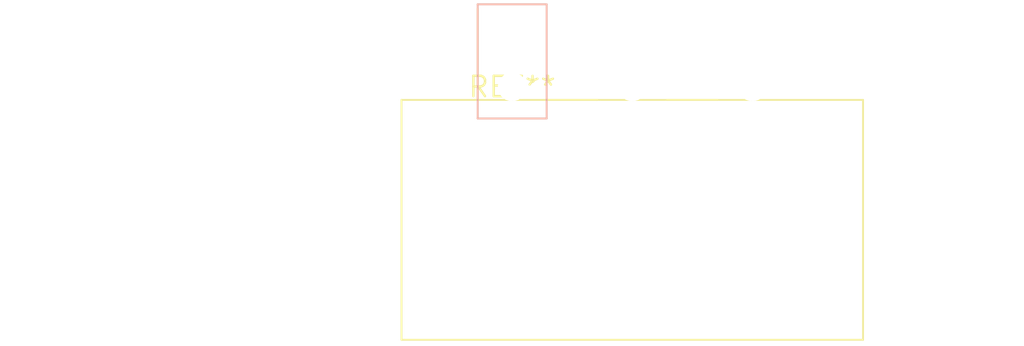
<source format=kicad_pcb>
(kicad_pcb (version 20240108) (generator pcbnew)
  (layers (0 "F.Cu" signal) (31 "B.Cu" signal) (34 "B.Paste" user) (35 "F.Paste" user) (36 "B.SilkS" user "B.Silkscreen") (37 "F.SilkS" user "F.Silkscreen") (38 "B.Mask" user) (39 "F.Mask" user) (44 "Edge.Cuts" user))
  (net 0 "")
  (footprint "Molex_Sabre_46007-1103_1x03_P7.49mm_Horizontal_ThermalVias" (layer "F.Cu") (at 0 0)
    (property "Reference" "REF**")
    (property "Value" "Molex_Sabre_46007-1103_1x03_P7.49mm_Horizontal_ThermalVias")
    (fp_line (start -2.15 -5.155) (end -2.15 1.975) (layer "B.SilkS") (stroke (width 0.12)))
    (fp_line (start -2.15 1.975) (end 2.15 1.975) (layer "B.SilkS") (stroke (width 0.12)))
    (fp_line (start 2.15 -5.155) (end -2.15 -5.155) (layer "B.SilkS") (stroke (width 0.12)))
    (fp_line (start 2.15 1.975) (end 2.15 -5.155) (layer "B.SilkS") (stroke (width 0.12)))
    (fp_line (start -6.9 0.815) (end -6.9 15.795) (layer "F.SilkS") (stroke (width 0.12)))
    (fp_line (start -6.9 15.795) (end 21.88 15.795) (layer "F.SilkS") (stroke (width 0.12)))
    (fp_line (start -2.15 0.815) (end -2.15 -4.895) (layer "F.SilkS") (stroke (width 0.12)))
    (fp_line (start 2.15 0.815) (end 5.34 0.815) (layer "F.SilkS") (stroke (width 0.12)))
    (fp_line (start 9.64 0.815) (end 12.83 0.815) (layer "F.SilkS") (stroke (width 0.12)))
    (fp_line (start 21.88 0.815) (end -6.9 0.815) (layer "F.SilkS") (stroke (width 0.12)))
    (fp_line (start 21.88 15.795) (end 21.88 0.815) (layer "F.SilkS") (stroke (width 0.12)))
    (pad "1" thru_hole rect (at -1.44 -4.445) (size 0.6 0.6) (drill 0.3) (layers *.Cu *.Mask) (remove_unused_layers))
    (pad "1" thru_hole rect (at -1.44 -3.0175) (size 0.6 0.6) (drill 0.3) (layers *.Cu *.Mask) (remove_unused_layers))
    (pad "1" thru_hole rect (at -1.44 -1.59) (size 0.6 0.6) (drill 0.3) (layers *.Cu *.Mask) (remove_unused_layers))
    (pad "1" thru_hole rect (at -1.44 -0.1625) (size 0.6 0.6) (drill 0.3) (layers *.Cu *.Mask) (remove_unused_layers))
    (pad "1" thru_hole rect (at -1.44 1.265) (size 0.6 0.6) (drill 0.3) (layers *.Cu *.Mask) (remove_unused_layers))
    (pad "1" thru_hole rect (at 0 -4.445) (size 0.6 0.6) (drill 0.3) (layers *.Cu *.Mask) (remove_unused_layers))
    (pad "1" thru_hole rect (at 0 -3.18) (size 3.78 3.43) (drill 1.78) (layers *.Cu *.Mask) (remove_unused_layers))
    (pad "1" thru_hole rect (at 0 -1.59) (size 0.6 0.6) (drill 0.3) (layers *.Cu *.Mask) (remove_unused_layers))
    (pad "1" thru_hole rect (at 0 0) (size 3.78 3.43) (drill 1.78) (layers *.Cu *.Mask) (remove_unused_layers))
    (pad "1" thru_hole rect (at 0 1.265) (size 0.6 0.6) (drill 0.3) (layers *.Cu *.Mask) (remove_unused_layers))
    (pad "1" thru_hole rect (at 1.44 -4.445) (size 0.6 0.6) (drill 0.3) (layers *.Cu *.Mask) (remove_unused_layers))
    (pad "1" thru_hole rect (at 1.44 -3.0175) (size 0.6 0.6) (drill 0.3) (layers *.Cu *.Mask) (remove_unused_layers))
    (pad "1" thru_hole rect (at 1.44 -1.59) (size 0.6 0.6) (drill 0.3) (layers *.Cu *.Mask) (remove_unused_layers))
    (pad "1" thru_hole rect (at 1.44 -0.1625) (size 0.6 0.6) (drill 0.3) (layers *.Cu *.Mask) (remove_unused_layers))
    (pad "1" thru_hole rect (at 1.44 1.265) (size 0.6 0.6) (drill 0.3) (layers *.Cu *.Mask) (remove_unused_layers))
    (pad "2" thru_hole circle (at 6.05 -4.445) (size 0.6 0.6) (drill 0.3) (layers *.Cu *.Mask) (remove_unused_layers))
    (pad "2" thru_hole circle (at 6.05 -3.0175) (size 0.6 0.6) (drill 0.3) (layers *.Cu *.Mask) (remove_unused_layers))
    (pad "2" thru_hole circle (at 6.05 -1.59) (size 0.6 0.6) (drill 0.3) (layers *.Cu *.Mask) (remove_unused_layers))
    (pad "2" thru_hole circle (at 6.05 -0.1625) (size 0.6 0.6) (drill 0.3) (layers *.Cu *.Mask) (remove_unused_layers))
    (pad "2" thru_hole circle (at 6.05 1.265) (size 0.6 0.6) (drill 0.3) (layers *.Cu *.Mask) (remove_unused_layers))
    (pad "2" thru_hole circle (at 7.49 -4.445) (size 0.6 0.6) (drill 0.3) (layers *.Cu *.Mask) (remove_unused_layers))
    (pad "2" thru_hole rect (at 7.49 -3.18) (size 3.78 3.43) (drill 1.78) (layers *.Cu *.Mask) (remove_unused_layers))
    (pad "2" thru_hole circle (at 7.49 -1.59) (size 0.6 0.6) (drill 0.3) (layers *.Cu *.Mask) (remove_unused_layers))
    (pad "2" thru_hole rect (at 7.49 0) (size 3.78 3.43) (drill 1.78) (layers *.Cu *.Mask) (remove_unused_layers))
    (pad "2" thru_hole circle (at 7.49 1.265) (size 0.6 0.6) (drill 0.3) (layers *.Cu *.Mask) (remove_unused_layers))
    (pad "2" thru_hole circle (at 8.93 -4.445) (size 0.6 0.6) (drill 0.3) (layers *.Cu *.Mask) (remove_unused_layers))
    (pad "2" thru_hole circle (at 8.93 -3.0175) (size 0.6 0.6) (drill 0.3) (layers *.Cu *.Mask) (remove_unused_layers))
    (pad "2" thru_hole circle (at 8.93 -1.59) (size 0.6 0.6) (drill 0.3) (layers *.Cu *.Mask) (remove_unused_layers))
    (pad "2" thru_hole circle (at 8.93 -0.1625) (size 0.6 0.6) (drill 0.3) (layers *.Cu *.Mask) (remove_unused_layers))
    (pad "2" thru_hole circle (at 8.93 1.265) (size 0.6 0.6) (drill 0.3) (layers *.Cu *.Mask) (remove_unused_layers))
    (pad "3" thru_hole circle (at 13.54 -4.445) (size 0.6 0.6) (drill 0.3) (layers *.Cu *.Mask) (remove_unused_layers))
    (pad "3" thru_hole circle (at 13.54 -3.0175) (size 0.6 0.6) (drill 0.3) (layers *.Cu *.Mask) (remove_unused_layers))
    (pad "3" thru_hole circle (at 13.54 -1.59) (size 0.6 0.6) (drill 0.3) (layers *.Cu *.Mask) (remove_unused_layers))
    (pad "3" thru_hole circle (at 13.54 -0.1625) (size 0.6 0.6) (drill 0.3) (layers *.Cu *.Mask) (remove_unused_layers))
    (pad "3" thru_hole circle (at 13.54 1.265) (size 0.6 0.6) (drill 0.3) (layers *.Cu *.Mask) (remove_unused_layers))
    (pad "3" thru_hole circle (at 14.98 -4.445) (size 0.6 0.6) (drill 0.3) (layers *.Cu *.Mask) (remove_unused_layers))
    (pad "3" thru_hole rect (at 14.98 -3.18) (size 3.78 3.43) (drill 1.78) (layers *.Cu *.Mask) (remove_unused_layers))
    (pad "3" thru_hole circle (at 14.98 -1.59) (size 0.6 0.6) (drill 0.3) (layers *.Cu *.Mask) (remove_unused_layers))
    (pad "3" thru_hole rect (at 14.98 0) (size 3.78 3.43) (drill 1.78) (layers *.Cu *.Mask) (remove_unused_layers))
    (pad "3" thru_hole circle (at 14.98 1.265) (size 0.6 0.6) (drill 0.3) (layers *.Cu *.Mask) (remove_unused_layers))
    (pad "3" thru_hole circle (at 16.42 -4.445) (size 0.6 0.6) (drill 0.3) (layers *.Cu *.Mask) (remove_unused_layers))
    (pad "3" thru_hole circle (at 16.42 -3.0175) (size 0.6 0.6) (drill 0.3) (layers *.Cu *.Mask) (remove_unused_layers))
    (pad "3" thru_hole circle (at 16.42 -1.59) (size 0.6 0.6) (drill 0.3) (layers *.Cu *.Mask) (remove_unused_layers))
    (pad "3" thru_hole circle (at 16.42 -0.1625) (size 0.6 0.6) (drill 0.3) (layers *.Cu *.Mask) (remove_unused_layers))
    (pad "3" thru_hole circle (at 16.42 1.265) (size 0.6 0.6) (drill 0.3) (layers *.Cu *.Mask) (remove_unused_layers))
  )
)
</source>
